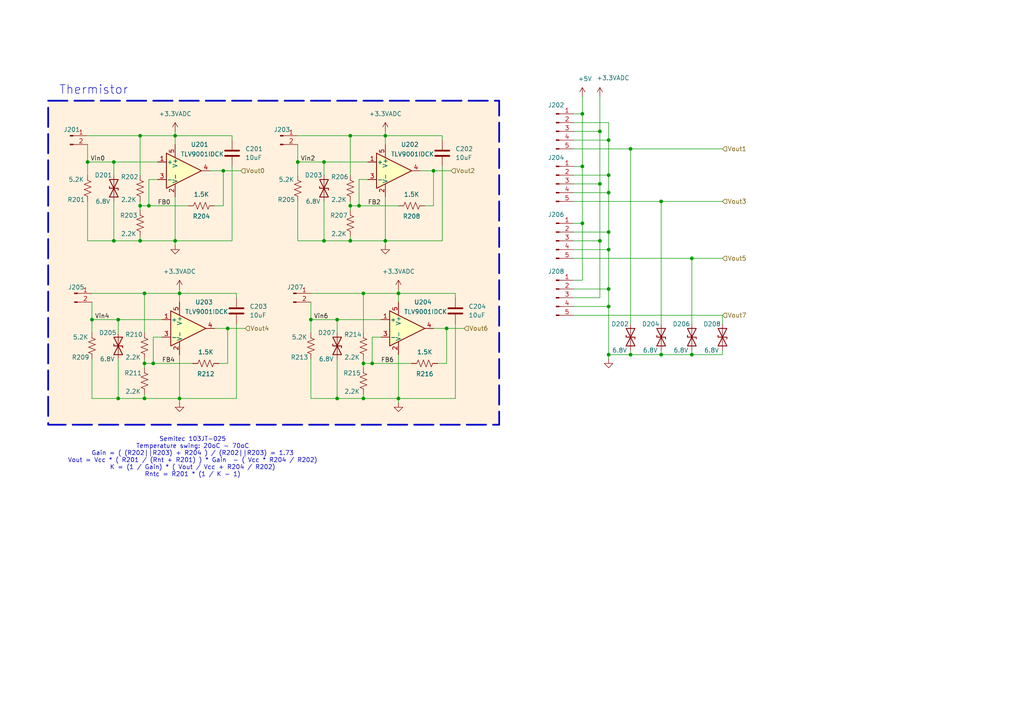
<source format=kicad_sch>
(kicad_sch (version 20231120) (generator "eeschema") (generator_version "8.0")
  (paper "A4")
  (lib_symbols
    (symbol "Amplifier_Operational:TLV9001IDCK" (pin_names (offset 0.127))
      (property "Reference" "U" (at 7.62 2.54 0))
      (property "Value" "TLV9001IDCK" (at 11.43 -2.54 0))
      (symbol "TLV9001IDCK_0_1"
        (polyline (pts (xy -2.54 5.08) (xy -2.54 -5.08) (xy 7.62 0) (xy -2.54 5.08)) (stroke (width 0.254)) (fill (type background)))
      )
      (symbol "TLV9001IDCK_1_1"
        (pin input line (at -5.08 2.54 0) (length 2.54) (name "+") (number "1"))
        (pin power_in line (at 0 -7.62 90) (length 3.81) (name "V-") (number "2"))
        (pin input line (at -5.08 -2.54 0) (length 2.54) (name "-") (number "3"))
        (pin output line (at 10.16 0 180) (length 2.54) (name "~") (number "4"))
        (pin power_in line (at 0 7.62 270) (length 3.81) (name "V+") (number "5"))
      )
    )
    (symbol "Connector:Conn_01x02_Pin" (pin_names (offset 1.016) hide)
      (property "Reference" "J" (at 0 2.54 0))
      (property "Value" "Conn_01x02_Pin" (at 0 -5.08 0))
      (symbol "Conn_01x02_Pin_1_1"
        (polyline (pts (xy 1.27 -2.54) (xy 0.8636 -2.54)) (stroke (width 0.1524)))
        (polyline (pts (xy 1.27 0) (xy 0.8636 0)) (stroke (width 0.1524)))
        (rectangle (start 0.8636 -2.413) (end 0 -2.667) (stroke (width 0.1524)) (fill (type outline)))
        (rectangle (start 0.8636 0.127) (end 0 -0.127) (stroke (width 0.1524)) (fill (type outline)))
        (pin passive line (at 5.08 0 180) (length 3.81) (name "Pin_1") (number "1"))
        (pin passive line (at 5.08 -2.54 180) (length 3.81) (name "Pin_2") (number "2"))
      )
    )
    (symbol "Connector:Conn_01x05_Pin" (pin_names (offset 1.016) hide)
      (property "Reference" "J" (at 0 7.62 0))
      (property "Value" "Conn_01x05_Pin" (at 0 -7.62 0))
      (symbol "Conn_01x05_Pin_1_1"
        (polyline (pts (xy 1.27 -5.08) (xy 0.8636 -5.08)) (stroke (width 0.1524)))
        (polyline (pts (xy 1.27 -2.54) (xy 0.8636 -2.54)) (stroke (width 0.1524)))
        (polyline (pts (xy 1.27 0) (xy 0.8636 0)) (stroke (width 0.1524)))
        (polyline (pts (xy 1.27 2.54) (xy 0.8636 2.54)) (stroke (width 0.1524)))
        (polyline (pts (xy 1.27 5.08) (xy 0.8636 5.08)) (stroke (width 0.1524)))
        (rectangle (start 0.8636 -4.953) (end 0 -5.207) (stroke (width 0.1524)) (fill (type outline)))
        (rectangle (start 0.8636 -2.413) (end 0 -2.667) (stroke (width 0.1524)) (fill (type outline)))
        (rectangle (start 0.8636 0.127) (end 0 -0.127) (stroke (width 0.1524)) (fill (type outline)))
        (rectangle (start 0.8636 2.667) (end 0 2.413) (stroke (width 0.1524)) (fill (type outline)))
        (rectangle (start 0.8636 5.207) (end 0 4.953) (stroke (width 0.1524)) (fill (type outline)))
        (pin passive line (at 5.08 5.08 180) (length 3.81) (name "Pin_1") (number "1"))
        (pin passive line (at 5.08 2.54 180) (length 3.81) (name "Pin_2") (number "2"))
        (pin passive line (at 5.08 0 180) (length 3.81) (name "Pin_3") (number "3"))
        (pin passive line (at 5.08 -2.54 180) (length 3.81) (name "Pin_4") (number "4"))
        (pin passive line (at 5.08 -5.08 180) (length 3.81) (name "Pin_5") (number "5"))
      )
    )
    (symbol "Device:C" (pin_numbers hide) (pin_names (offset 0.254))
      (property "Reference" "C" (at 0.635 2.54 0))
      (property "Value" "C" (at 0.635 -2.54 0))
      (symbol "C_0_1"
        (polyline (pts (xy -2.032 -0.762) (xy 2.032 -0.762)) (stroke (width 0.508)))
        (polyline (pts (xy -2.032 0.762) (xy 2.032 0.762)) (stroke (width 0.508)))
      )
      (symbol "C_1_1"
        (pin passive line (at 0 3.81 270) (length 2.794) (name "~") (number "1"))
        (pin passive line (at 0 -3.81 90) (length 2.794) (name "~") (number "2"))
      )
    )
    (symbol "Device:D_TVS" (pin_numbers hide) (pin_names (offset 1.016) hide)
      (property "Reference" "D" (at 0 2.54 0))
      (property "Value" "D_TVS" (at 0 -2.54 0))
      (symbol "D_TVS_0_1"
        (polyline (pts (xy 1.27 0) (xy -1.27 0)))
        (polyline (pts (xy 0.508 1.27) (xy 0 1.27) (xy 0 -1.27) (xy -0.508 -1.27)) (stroke (width 0.254)))
        (polyline (pts (xy -2.54 1.27) (xy -2.54 -1.27) (xy 2.54 1.27) (xy 2.54 -1.27) (xy -2.54 1.27)) (stroke (width 0.254)))
      )
      (symbol "D_TVS_1_1"
        (pin passive line (at -3.81 0 0) (length 2.54) (name "A1") (number "1"))
        (pin passive line (at 3.81 0 180) (length 2.54) (name "A2") (number "2"))
      )
    )
    (symbol "Device:R_US" (pin_numbers hide) (pin_names (offset 0))
      (property "Reference" "R" (at 2.54 0 90))
      (property "Value" "R_US" (at -2.54 0 90))
      (symbol "R_US_0_1"
        (polyline (pts (xy 0 -2.286) (xy 0 -2.54)))
        (polyline (pts (xy 0 2.286) (xy 0 2.54)))
        (polyline (pts (xy 0 -0.762) (xy 1.016 -1.143) (xy 0 -1.524) (xy -1.016 -1.905) (xy 0 -2.286)))
        (polyline (pts (xy 0 0.762) (xy 1.016 0.381) (xy 0 0) (xy -1.016 -0.381) (xy 0 -0.762)))
        (polyline (pts (xy 0 2.286) (xy 1.016 1.905) (xy 0 1.524) (xy -1.016 1.143) (xy 0 0.762)))
      )
      (symbol "R_US_1_1"
        (pin passive line (at 0 3.81 270) (length 1.27) (name "~") (number "1"))
        (pin passive line (at 0 -3.81 90) (length 1.27) (name "~") (number "2"))
      )
    )
    (symbol "power:+3.3VADC" (power) (pin_numbers hide) (pin_names (offset 0) hide)
      (property "Value" "+3.3VADC" (at 0 3.556 0))
      (symbol "+3.3VADC_0_0"
        (pin power_in line (at 0 0 90) (length 0) (name "~") (number "1"))
      )
      (symbol "+3.3VADC_0_1"
        (polyline (pts (xy -0.762 1.27) (xy 0 2.54)))
        (polyline (pts (xy 0 0) (xy 0 2.54)))
        (polyline (pts (xy 0 2.54) (xy 0.762 1.27)))
      )
    )
    (symbol "power:+5V" (power) (pin_numbers hide) (pin_names (offset 0) hide)
      (property "Value" "+5V" (at 0 3.556 0))
      (symbol "+5V_0_1"
        (polyline (pts (xy -0.762 1.27) (xy 0 2.54)))
        (polyline (pts (xy 0 0) (xy 0 2.54)))
        (polyline (pts (xy 0 2.54) (xy 0.762 1.27)))
      )
      (symbol "+5V_1_1"
        (pin power_in line (at 0 0 90) (length 0) (name "~") (number "1"))
      )
    )
    (symbol "power:GND" (power) (pin_numbers hide) (pin_names (offset 0) hide)
      (property "Value" "GND" (at 0 -3.81 0))
      (symbol "GND_0_1"
        (polyline (pts (xy 0 0) (xy 0 -1.27) (xy 1.27 -1.27) (xy 0 -2.54) (xy -1.27 -1.27) (xy 0 -1.27)))
      )
      (symbol "GND_1_1"
        (pin power_in line (at 0 0 270) (length 0) (name "~") (number "1"))
      )
    )
  )
  (junction (at 173.99 69.85))
  (junction (at 176.53 72.39))
  (junction (at 25.4 46.99))
  (junction (at 40.64 59.69))
  (junction (at 66.04 95.25))
  (junction (at 90.17 92.71))
  (junction (at 97.79 115.57))
  (junction (at 97.79 92.71))
  (junction (at 125.73 49.53))
  (junction (at 173.99 53.34))
  (junction (at 115.57 115.57))
  (junction (at 34.29 92.71))
  (junction (at 50.8 39.37))
  (junction (at 93.98 69.85))
  (junction (at 50.8 69.85))
  (junction (at 52.07 115.57))
  (junction (at 176.53 102.87))
  (junction (at 182.88 102.87))
  (junction (at 200.66 74.93))
  (junction (at 33.02 46.99))
  (junction (at 107.95 105.41))
  (junction (at 104.14 59.69))
  (junction (at 176.53 88.9))
  (junction (at 168.91 64.77))
  (junction (at 41.91 85.09))
  (junction (at 44.45 105.41))
  (junction (at 115.57 85.09))
  (junction (at 182.88 43.18))
  (junction (at 200.66 102.87))
  (junction (at 173.99 38.1))
  (junction (at 176.53 55.88))
  (junction (at 105.41 115.57))
  (junction (at 64.77 49.53))
  (junction (at 111.76 69.85))
  (junction (at 101.6 59.69))
  (junction (at 93.98 46.99))
  (junction (at 111.76 39.37))
  (junction (at 176.53 40.64))
  (junction (at 101.6 69.85))
  (junction (at 191.77 58.42))
  (junction (at 101.6 39.37))
  (junction (at 26.67 92.71))
  (junction (at 168.91 48.26))
  (junction (at 176.53 50.8))
  (junction (at 86.36 46.99))
  (junction (at 105.41 85.09))
  (junction (at 40.64 69.85))
  (junction (at 105.41 105.41))
  (junction (at 41.91 105.41))
  (junction (at 33.02 69.85))
  (junction (at 41.91 115.57))
  (junction (at 176.53 67.31))
  (junction (at 43.18 59.69))
  (junction (at 129.54 95.25))
  (junction (at 52.07 85.09))
  (junction (at 191.77 102.87))
  (junction (at 34.29 115.57))
  (junction (at 176.53 83.82))
  (junction (at 40.64 39.37))
  (junction (at 168.91 33.02))
  (wire (pts (xy 182.88 43.18) (xy 182.88 93.98)))
  (wire (pts (xy 26.67 87.63) (xy 26.67 92.71)))
  (wire (pts (xy 166.37 74.93) (xy 200.66 74.93)))
  (wire (pts (xy 166.37 58.42) (xy 191.77 58.42)))
  (wire (pts (xy 166.37 48.26) (xy 168.91 48.26)))
  (wire (pts (xy 176.53 104.14) (xy 176.53 102.87)))
  (wire (pts (xy 50.8 57.15) (xy 50.8 69.85)))
  (wire (pts (xy 97.79 92.71) (xy 97.79 96.52)))
  (wire (pts (xy 86.36 39.37) (xy 101.6 39.37)))
  (wire (pts (xy 176.53 55.88) (xy 176.53 50.8)))
  (wire (pts (xy 90.17 115.57) (xy 97.79 115.57)))
  (wire (pts (xy 132.08 115.57) (xy 115.57 115.57)))
  (wire (pts (xy 52.07 115.57) (xy 52.07 116.84)))
  (wire (pts (xy 168.91 33.02) (xy 168.91 27.94)))
  (wire (pts (xy 25.4 69.85) (xy 33.02 69.85)))
  (wire (pts (xy 200.66 74.93) (xy 209.55 74.93)))
  (wire (pts (xy 33.02 58.42) (xy 33.02 69.85)))
  (wire (pts (xy 66.04 95.25) (xy 66.04 105.41)))
  (wire (pts (xy 129.54 95.25) (xy 129.54 105.41)))
  (wire (pts (xy 166.37 53.34) (xy 173.99 53.34)))
  (wire (pts (xy 40.64 39.37) (xy 40.64 50.8)))
  (wire (pts (xy 43.18 59.69) (xy 54.61 59.69)))
  (wire (pts (xy 132.08 86.36) (xy 132.08 85.09)))
  (wire (pts (xy 115.57 83.82) (xy 115.57 85.09)))
  (wire (pts (xy 115.57 115.57) (xy 105.41 115.57)))
  (wire (pts (xy 66.04 95.25) (xy 71.12 95.25)))
  (wire (pts (xy 34.29 92.71) (xy 34.29 96.52)))
  (wire (pts (xy 68.58 115.57) (xy 52.07 115.57)))
  (wire (pts (xy 107.95 97.79) (xy 110.49 97.79)))
  (wire (pts (xy 166.37 43.18) (xy 182.88 43.18)))
  (wire (pts (xy 166.37 69.85) (xy 173.99 69.85)))
  (wire (pts (xy 191.77 101.6) (xy 191.77 102.87)))
  (wire (pts (xy 90.17 85.09) (xy 105.41 85.09)))
  (wire (pts (xy 90.17 87.63) (xy 90.17 92.71)))
  (wire (pts (xy 26.67 115.57) (xy 34.29 115.57)))
  (wire (pts (xy 26.67 92.71) (xy 26.67 96.52)))
  (wire (pts (xy 111.76 38.1) (xy 111.76 39.37)))
  (wire (pts (xy 125.73 49.53) (xy 130.81 49.53)))
  (wire (pts (xy 86.36 58.42) (xy 86.36 69.85)))
  (wire (pts (xy 33.02 69.85) (xy 40.64 69.85)))
  (wire (pts (xy 176.53 50.8) (xy 176.53 40.64)))
  (wire (pts (xy 68.58 85.09) (xy 52.07 85.09)))
  (wire (pts (xy 90.17 92.71) (xy 90.17 96.52)))
  (wire (pts (xy 25.4 41.91) (xy 25.4 46.99)))
  (wire (pts (xy 41.91 85.09) (xy 41.91 96.52)))
  (wire (pts (xy 68.58 93.98) (xy 68.58 115.57)))
  (wire (pts (xy 168.91 48.26) (xy 168.91 64.77)))
  (wire (pts (xy 166.37 83.82) (xy 176.53 83.82)))
  (wire (pts (xy 64.77 49.53) (xy 69.85 49.53)))
  (wire (pts (xy 52.07 85.09) (xy 52.07 87.63)))
  (wire (pts (xy 93.98 69.85) (xy 101.6 69.85)))
  (wire (pts (xy 34.29 92.71) (xy 46.99 92.71)))
  (wire (pts (xy 209.55 91.44) (xy 209.55 93.98)))
  (wire (pts (xy 173.99 53.34) (xy 173.99 69.85)))
  (wire (pts (xy 40.64 59.69) (xy 43.18 59.69)))
  (wire (pts (xy 173.99 69.85) (xy 173.99 86.36)))
  (wire (pts (xy 166.37 91.44) (xy 209.55 91.44)))
  (wire (pts (xy 107.95 97.79) (xy 107.95 105.41)))
  (wire (pts (xy 176.53 67.31) (xy 176.53 55.88)))
  (wire (pts (xy 101.6 39.37) (xy 101.6 50.8)))
  (wire (pts (xy 128.27 39.37) (xy 111.76 39.37)))
  (wire (pts (xy 166.37 55.88) (xy 176.53 55.88)))
  (wire (pts (xy 129.54 95.25) (xy 134.62 95.25)))
  (wire (pts (xy 166.37 72.39) (xy 176.53 72.39)))
  (wire (pts (xy 176.53 102.87) (xy 182.88 102.87)))
  (wire (pts (xy 25.4 46.99) (xy 25.4 50.8)))
  (wire (pts (xy 60.96 49.53) (xy 64.77 49.53)))
  (wire (pts (xy 173.99 38.1) (xy 173.99 53.34)))
  (wire (pts (xy 182.88 43.18) (xy 209.55 43.18)))
  (wire (pts (xy 25.4 39.37) (xy 40.64 39.37)))
  (wire (pts (xy 166.37 50.8) (xy 176.53 50.8)))
  (wire (pts (xy 176.53 88.9) (xy 176.53 83.82)))
  (wire (pts (xy 52.07 102.87) (xy 52.07 115.57)))
  (wire (pts (xy 105.41 104.14) (xy 105.41 105.41)))
  (wire (pts (xy 105.41 105.41) (xy 105.41 106.68)))
  (wire (pts (xy 41.91 114.3) (xy 41.91 115.57)))
  (wire (pts (xy 125.73 59.69) (xy 123.19 59.69)))
  (wire (pts (xy 62.23 95.25) (xy 66.04 95.25)))
  (wire (pts (xy 182.88 101.6) (xy 182.88 102.87)))
  (wire (pts (xy 104.14 52.07) (xy 106.68 52.07)))
  (wire (pts (xy 173.99 38.1) (xy 166.37 38.1)))
  (wire (pts (xy 128.27 40.64) (xy 128.27 39.37)))
  (wire (pts (xy 121.92 49.53) (xy 125.73 49.53)))
  (wire (pts (xy 111.76 69.85) (xy 111.76 71.12)))
  (wire (pts (xy 166.37 40.64) (xy 176.53 40.64)))
  (wire (pts (xy 26.67 92.71) (xy 34.29 92.71)))
  (wire (pts (xy 68.58 86.36) (xy 68.58 85.09)))
  (wire (pts (xy 44.45 105.41) (xy 55.88 105.41)))
  (wire (pts (xy 97.79 104.14) (xy 97.79 115.57)))
  (wire (pts (xy 93.98 46.99) (xy 93.98 50.8)))
  (wire (pts (xy 40.64 68.58) (xy 40.64 69.85)))
  (wire (pts (xy 97.79 115.57) (xy 105.41 115.57)))
  (wire (pts (xy 41.91 104.14) (xy 41.91 105.41)))
  (wire (pts (xy 105.41 114.3) (xy 105.41 115.57)))
  (wire (pts (xy 43.18 52.07) (xy 43.18 59.69)))
  (wire (pts (xy 166.37 33.02) (xy 168.91 33.02)))
  (wire (pts (xy 25.4 58.42) (xy 25.4 69.85)))
  (wire (pts (xy 67.31 69.85) (xy 50.8 69.85)))
  (wire (pts (xy 209.55 101.6) (xy 209.55 102.87)))
  (wire (pts (xy 86.36 69.85) (xy 93.98 69.85)))
  (wire (pts (xy 86.36 46.99) (xy 93.98 46.99)))
  (wire (pts (xy 66.04 105.41) (xy 63.5 105.41)))
  (wire (pts (xy 64.77 49.53) (xy 64.77 59.69)))
  (wire (pts (xy 41.91 105.41) (xy 44.45 105.41)))
  (wire (pts (xy 105.41 85.09) (xy 105.41 96.52)))
  (wire (pts (xy 104.14 52.07) (xy 104.14 59.69)))
  (wire (pts (xy 34.29 115.57) (xy 41.91 115.57)))
  (wire (pts (xy 101.6 68.58) (xy 101.6 69.85)))
  (wire (pts (xy 173.99 86.36) (xy 166.37 86.36)))
  (wire (pts (xy 104.14 59.69) (xy 115.57 59.69)))
  (wire (pts (xy 111.76 39.37) (xy 111.76 41.91)))
  (wire (pts (xy 168.91 33.02) (xy 168.91 48.26)))
  (wire (pts (xy 44.45 97.79) (xy 44.45 105.41)))
  (wire (pts (xy 166.37 64.77) (xy 168.91 64.77)))
  (wire (pts (xy 64.77 59.69) (xy 62.23 59.69)))
  (wire (pts (xy 191.77 58.42) (xy 191.77 93.98)))
  (wire (pts (xy 200.66 74.93) (xy 200.66 93.98)))
  (wire (pts (xy 86.36 41.91) (xy 86.36 46.99)))
  (wire (pts (xy 105.41 85.09) (xy 115.57 85.09)))
  (wire (pts (xy 41.91 85.09) (xy 52.07 85.09)))
  (wire (pts (xy 105.41 105.41) (xy 107.95 105.41)))
  (wire (pts (xy 34.29 104.14) (xy 34.29 115.57)))
  (wire (pts (xy 50.8 69.85) (xy 50.8 71.12)))
  (wire (pts (xy 115.57 115.57) (xy 115.57 116.84)))
  (wire (pts (xy 200.66 102.87) (xy 209.55 102.87)))
  (wire (pts (xy 176.53 35.56) (xy 166.37 35.56)))
  (wire (pts (xy 176.53 83.82) (xy 176.53 72.39)))
  (wire (pts (xy 176.53 72.39) (xy 176.53 67.31)))
  (wire (pts (xy 111.76 57.15) (xy 111.76 69.85)))
  (wire (pts (xy 25.4 46.99) (xy 33.02 46.99)))
  (wire (pts (xy 52.07 83.82) (xy 52.07 85.09)))
  (wire (pts (xy 125.73 95.25) (xy 129.54 95.25)))
  (wire (pts (xy 41.91 105.41) (xy 41.91 106.68)))
  (wire (pts (xy 115.57 85.09) (xy 115.57 87.63)))
  (wire (pts (xy 44.45 97.79) (xy 46.99 97.79)))
  (wire (pts (xy 166.37 88.9) (xy 176.53 88.9)))
  (wire (pts (xy 26.67 85.09) (xy 41.91 85.09)))
  (wire (pts (xy 67.31 40.64) (xy 67.31 39.37)))
  (wire (pts (xy 191.77 102.87) (xy 200.66 102.87)))
  (wire (pts (xy 50.8 39.37) (xy 50.8 41.91)))
  (wire (pts (xy 26.67 104.14) (xy 26.67 115.57)))
  (wire (pts (xy 115.57 102.87) (xy 115.57 115.57)))
  (wire (pts (xy 129.54 105.41) (xy 127 105.41)))
  (wire (pts (xy 176.53 40.64) (xy 176.53 35.56)))
  (wire (pts (xy 101.6 58.42) (xy 101.6 59.69)))
  (wire (pts (xy 52.07 115.57) (xy 41.91 115.57)))
  (wire (pts (xy 101.6 59.69) (xy 101.6 60.96)))
  (wire (pts (xy 132.08 85.09) (xy 115.57 85.09)))
  (wire (pts (xy 128.27 69.85) (xy 111.76 69.85)))
  (wire (pts (xy 173.99 27.94) (xy 173.99 38.1)))
  (wire (pts (xy 97.79 92.71) (xy 110.49 92.71)))
  (wire (pts (xy 111.76 69.85) (xy 101.6 69.85)))
  (wire (pts (xy 93.98 46.99) (xy 106.68 46.99)))
  (wire (pts (xy 125.73 49.53) (xy 125.73 59.69)))
  (wire (pts (xy 43.18 52.07) (xy 45.72 52.07)))
  (wire (pts (xy 191.77 58.42) (xy 209.55 58.42)))
  (wire (pts (xy 86.36 46.99) (xy 86.36 50.8)))
  (wire (pts (xy 182.88 102.87) (xy 191.77 102.87)))
  (wire (pts (xy 67.31 39.37) (xy 50.8 39.37)))
  (wire (pts (xy 40.64 59.69) (xy 40.64 60.96)))
  (wire (pts (xy 101.6 39.37) (xy 111.76 39.37)))
  (wire (pts (xy 50.8 38.1) (xy 50.8 39.37)))
  (wire (pts (xy 93.98 58.42) (xy 93.98 69.85)))
  (wire (pts (xy 107.95 105.41) (xy 119.38 105.41)))
  (wire (pts (xy 50.8 69.85) (xy 40.64 69.85)))
  (wire (pts (xy 67.31 48.26) (xy 67.31 69.85)))
  (wire (pts (xy 200.66 101.6) (xy 200.66 102.87)))
  (wire (pts (xy 33.02 46.99) (xy 33.02 50.8)))
  (wire (pts (xy 168.91 81.28) (xy 166.37 81.28)))
  (wire (pts (xy 128.27 48.26) (xy 128.27 69.85)))
  (wire (pts (xy 132.08 93.98) (xy 132.08 115.57)))
  (wire (pts (xy 40.64 39.37) (xy 50.8 39.37)))
  (wire (pts (xy 90.17 104.14) (xy 90.17 115.57)))
  (wire (pts (xy 101.6 59.69) (xy 104.14 59.69)))
  (wire (pts (xy 40.64 58.42) (xy 40.64 59.69)))
  (wire (pts (xy 166.37 67.31) (xy 176.53 67.31)))
  (wire (pts (xy 90.17 92.71) (xy 97.79 92.71)))
  (wire (pts (xy 176.53 102.87) (xy 176.53 88.9)))
  (wire (pts (xy 33.02 46.99) (xy 45.72 46.99)))
  (wire (pts (xy 168.91 64.77) (xy 168.91 81.28)))
  (rectangle (start 13.97 29.21) (end 144.78 123.19) (stroke (width 0.508) (type dash)) (fill (type color) (color 255 229 191 0.5)))
  (text "Semitec 103JT-025\nTemperature swing: 20oC - 70oC\nGain = ( (R202||R203) + R204 ) / (R202||R203) = 1.73\nVout = Vcc * ( R201 / (Rnt + R201) ) * Gain  - ( Vcc * R204 / R202)\nK = (1 / Gain) * ( Vout / Vcc + R204 / R202)\nRntc = R201 * (1 / K - 1)" (at 55.88 132.588 0) (effects (font (size 1.27 1.27))))
  (text "Thermistor" (at 27.178 26.162 0) (effects (font (size 2.54 2.54))))
  (label "Vin6" (at 95.25 92.71 180))
  (label "FB6" (at 110.49 105.41 0))
  (label "Vin0" (at 30.48 46.99 180))
  (label "FB2" (at 106.68 59.69 0))
  (label "FB4" (at 46.99 105.41 0))
  (label "FB0" (at 45.72 59.69 0))
  (label "Vin2" (at 91.44 46.99 180))
  (label "Vin4" (at 31.75 92.71 180))
  (hierarchical_label "Vout6" (shape input) (at 134.62 95.25 0))
  (hierarchical_label "Vout4" (shape input) (at 71.12 95.25 0))
  (hierarchical_label "Vout2" (shape input) (at 130.81 49.53 0))
  (hierarchical_label "Vout7" (shape input) (at 209.55 91.44 0))
  (hierarchical_label "Vout1" (shape input) (at 209.55 43.18 0))
  (hierarchical_label "Vout3" (shape input) (at 209.55 58.42 0))
  (hierarchical_label "Vout0" (shape input) (at 69.85 49.53 0))
  (hierarchical_label "Vout5" (shape input) (at 209.55 74.93 0))
  (symbol (lib_id "Amplifier_Operational:TLV9001IDCK") (at 50.8 49.53 0) (unit 1)
    (property "Reference" "U201" (at 57.912 41.91 0))
    (property "Value" "TLV9001IDCK" (at 58.674 44.704 0))
    (property "Footprint" "Package_TO_SOT_SMD:SOT-353_SC-70-5" (effects (hide yes)))
    (property "Datasheet" "https://www.ti.com/lit/ds/symlink/tlv9001.pdf" (effects (hide yes)))
    (property "Description" "Low-power, Rail-to-Rail, 1MHz Operational Amplifier, SOT-353" (effects (hide yes)))
  )
  (symbol (lib_id "Connector:Conn_01x02_Pin") (at 81.28 39.37 0) (unit 1)
    (property "Reference" "J203" (at 81.788 37.592 0))
    (property "Value" "Conn_01x02_Pin" (effects (hide yes)))
    (property "Footprint" "Connector_PinHeader_2.54mm:PinHeader_1x02_P2.54mm_Vertical" (effects (hide yes)))
    (property "Description" "Generic connector, single row, 01x02, script generated" (effects (hide yes)))
  )
  (symbol (lib_id "Connector:Conn_01x02_Pin") (at 20.32 39.37 0) (unit 1)
    (property "Reference" "J201" (at 20.828 37.592 0))
    (property "Value" "Conn_01x02_Pin" (effects (hide yes)))
    (property "Footprint" "Connector_PinHeader_2.54mm:PinHeader_1x02_P2.54mm_Vertical" (effects (hide yes)))
    (property "Description" "Generic connector, single row, 01x02, script generated" (effects (hide yes)))
  )
  (symbol (lib_id "Device:R_US") (at 123.19 105.41 90) (unit 1)
    (property "Reference" "R216" (at 123.19 108.458 90))
    (property "Value" "1.5K" (at 123.19 102.108 90))
    (property "Footprint" "Resistor_SMD:R_0805_2012Metric_Pad1.20x1.40mm_HandSolder" (effects (hide yes)))
    (property "Description" "Resistor, US symbol" (effects (hide yes)))
  )
  (symbol (lib_id "Device:R_US") (at 25.4 54.61 180) (unit 1)
    (property "Reference" "R201" (at 22.098 57.912 0))
    (property "Value" "5.2K" (at 22.098 52.07 0))
    (property "Footprint" "Resistor_SMD:R_0805_2012Metric_Pad1.20x1.40mm_HandSolder" (effects (hide yes)))
    (property "Description" "Resistor, US symbol" (effects (hide yes)))
  )
  (symbol (lib_id "Device:R_US") (at 59.69 105.41 90) (unit 1)
    (property "Reference" "R212" (at 59.69 108.458 90))
    (property "Value" "1.5K" (at 59.69 102.108 90))
    (property "Footprint" "Resistor_SMD:R_0805_2012Metric_Pad1.20x1.40mm_HandSolder" (effects (hide yes)))
    (property "Description" "Resistor, US symbol" (effects (hide yes)))
  )
  (symbol (lib_id "Device:R_US") (at 101.6 64.77 180) (unit 1)
    (property "Reference" "R207" (at 98.298 62.484 0))
    (property "Value" "2.2K" (at 98.298 67.818 0))
    (property "Footprint" "Resistor_SMD:R_0805_2012Metric_Pad1.20x1.40mm_HandSolder" (effects (hide yes)))
    (property "Description" "Resistor, US symbol" (effects (hide yes)))
  )
  (symbol (lib_id "power:GND") (at 50.8 71.12 0) (unit 1)
    (property "Reference" "#PWR0202" (effects (hide yes)))
    (property "Value" "GND" (effects (hide yes)))
    (property "Description" "Power symbol creates a global label with name \"GND\" , ground" (effects (hide yes)))
  )
  (symbol (lib_id "Device:D_TVS") (at 33.02 54.61 90) (unit 1)
    (property "Reference" "D201" (at 27.432 50.8 90) (effects (justify right)))
    (property "Value" "6.8V" (at 27.686 58.42 90) (effects (justify right)))
    (property "Footprint" "Diode_SMD:D_SOD-523" (effects (hide yes)))
    (property "Description" "SC1533-01LTG" (effects (hide yes)))
  )
  (symbol (lib_id "Device:C") (at 128.27 44.45 0) (unit 1)
    (property "Reference" "C202" (at 132.08 43.1799 0) (effects (justify left)))
    (property "Value" "10uF" (at 132.08 45.7199 0) (effects (justify left)))
    (property "Footprint" "Capacitor_SMD:C_0805_2012Metric_Pad1.18x1.45mm_HandSolder" (effects (hide yes)))
    (property "Description" "Unpolarized capacitor" (effects (hide yes)))
  )
  (symbol (lib_id "Device:D_TVS") (at 93.98 54.61 90) (unit 1)
    (property "Reference" "D203" (at 88.392 50.8 90) (effects (justify right)))
    (property "Value" "6.8V" (at 88.646 58.42 90) (effects (justify right)))
    (property "Footprint" "Diode_SMD:D_SOD-523" (effects (hide yes)))
    (property "Description" "SC1533-01LTG" (effects (hide yes)))
  )
  (symbol (lib_id "Connector:Conn_01x05_Pin") (at 161.29 38.1 0) (unit 1)
    (property "Reference" "J202" (at 161.29 30.48 0))
    (property "Value" "Conn_01x05_Pin" (effects (hide yes)))
    (property "Footprint" "Connector_PinHeader_2.54mm:PinHeader_1x05_P2.54mm_Vertical" (effects (hide yes)))
    (property "Description" "Generic connector, single row, 01x05, script generated" (effects (hide yes)))
  )
  (symbol (lib_id "Device:R_US") (at 86.36 54.61 180) (unit 1)
    (property "Reference" "R205" (at 83.058 57.912 0))
    (property "Value" "5.2K" (at 83.058 52.07 0))
    (property "Footprint" "Resistor_SMD:R_0805_2012Metric_Pad1.20x1.40mm_HandSolder" (effects (hide yes)))
    (property "Description" "Resistor, US symbol" (effects (hide yes)))
  )
  (symbol (lib_id "Device:R_US") (at 105.41 110.49 180) (unit 1)
    (property "Reference" "R215" (at 102.108 108.204 0))
    (property "Value" "2.2K" (at 102.108 113.538 0))
    (property "Footprint" "Resistor_SMD:R_0805_2012Metric_Pad1.20x1.40mm_HandSolder" (effects (hide yes)))
    (property "Description" "Resistor, US symbol" (effects (hide yes)))
  )
  (symbol (lib_id "Device:R_US") (at 58.42 59.69 90) (unit 1)
    (property "Reference" "R204" (at 58.42 62.738 90))
    (property "Value" "1.5K" (at 58.42 56.388 90))
    (property "Footprint" "Resistor_SMD:R_0805_2012Metric_Pad1.20x1.40mm_HandSolder" (effects (hide yes)))
    (property "Description" "Resistor, US symbol" (effects (hide yes)))
  )
  (symbol (lib_id "Connector:Conn_01x05_Pin") (at 161.29 53.34 0) (unit 1)
    (property "Reference" "J204" (at 161.29 45.72 0))
    (property "Value" "Conn_01x05_Pin" (effects (hide yes)))
    (property "Footprint" "Connector_PinHeader_2.54mm:PinHeader_1x05_P2.54mm_Vertical" (effects (hide yes)))
    (property "Description" "Generic connector, single row, 01x05, script generated" (effects (hide yes)))
  )
  (symbol (lib_id "Device:R_US") (at 90.17 100.33 180) (unit 1)
    (property "Reference" "R213" (at 86.868 103.632 0))
    (property "Value" "5.2K" (at 86.868 97.79 0))
    (property "Footprint" "Resistor_SMD:R_0805_2012Metric_Pad1.20x1.40mm_HandSolder" (effects (hide yes)))
    (property "Description" "Resistor, US symbol" (effects (hide yes)))
  )
  (symbol (lib_id "Connector:Conn_01x02_Pin") (at 85.09 85.09 0) (unit 1)
    (property "Reference" "J207" (at 85.598 83.312 0))
    (property "Value" "Conn_01x02_Pin" (effects (hide yes)))
    (property "Footprint" "Connector_PinHeader_2.54mm:PinHeader_1x02_P2.54mm_Vertical" (effects (hide yes)))
    (property "Description" "Generic connector, single row, 01x02, script generated" (effects (hide yes)))
  )
  (symbol (lib_id "Device:D_TVS") (at 34.29 100.33 90) (unit 1)
    (property "Reference" "D205" (at 28.702 96.52 90) (effects (justify right)))
    (property "Value" "6.8V" (at 28.956 104.14 90) (effects (justify right)))
    (property "Footprint" "Diode_SMD:D_SOD-523" (effects (hide yes)))
    (property "Description" "SC1533-01LTG" (effects (hide yes)))
  )
  (symbol (lib_id "Device:C") (at 68.58 90.17 0) (unit 1)
    (property "Reference" "C203" (at 72.39 88.8999 0) (effects (justify left)))
    (property "Value" "10uF" (at 72.39 91.4399 0) (effects (justify left)))
    (property "Footprint" "Capacitor_SMD:C_0805_2012Metric_Pad1.18x1.45mm_HandSolder" (effects (hide yes)))
    (property "Description" "Unpolarized capacitor" (effects (hide yes)))
  )
  (symbol (lib_id "Device:R_US") (at 105.41 100.33 180) (unit 1)
    (property "Reference" "R214" (at 102.362 97.028 0))
    (property "Value" "2.2K" (at 102.108 103.632 0))
    (property "Footprint" "Resistor_SMD:R_0805_2012Metric_Pad1.20x1.40mm_HandSolder" (effects (hide yes)))
    (property "Description" "Resistor, US symbol" (effects (hide yes)))
  )
  (symbol (lib_id "power:+3.3VADC") (at 50.8 38.1 0) (unit 1)
    (property "Reference" "#PWR0201" (effects (hide yes)))
    (property "Value" "+3.3VADC" (at 50.8 33.02 0))
    (property "Description" "Power symbol creates a global label with name \"+3.3VADC\"" (effects (hide yes)))
  )
  (symbol (lib_id "Amplifier_Operational:TLV9001IDCK") (at 115.57 95.25 0) (unit 1)
    (property "Reference" "U204" (at 122.682 87.63 0))
    (property "Value" "TLV9001IDCK" (at 123.444 90.424 0))
    (property "Footprint" "Package_TO_SOT_SMD:SOT-353_SC-70-5" (effects (hide yes)))
    (property "Datasheet" "https://www.ti.com/lit/ds/symlink/tlv9001.pdf" (effects (hide yes)))
    (property "Description" "Low-power, Rail-to-Rail, 1MHz Operational Amplifier, SOT-353" (effects (hide yes)))
  )
  (symbol (lib_id "Device:R_US") (at 41.91 110.49 180) (unit 1)
    (property "Reference" "R211" (at 38.608 108.204 0))
    (property "Value" "2.2K" (at 38.608 113.538 0))
    (property "Footprint" "Resistor_SMD:R_0805_2012Metric_Pad1.20x1.40mm_HandSolder" (effects (hide yes)))
    (property "Description" "Resistor, US symbol" (effects (hide yes)))
  )
  (symbol (lib_id "Device:R_US") (at 41.91 100.33 180) (unit 1)
    (property "Reference" "R210" (at 38.862 97.028 0))
    (property "Value" "2.2K" (at 38.608 103.632 0))
    (property "Footprint" "Resistor_SMD:R_0805_2012Metric_Pad1.20x1.40mm_HandSolder" (effects (hide yes)))
    (property "Description" "Resistor, US symbol" (effects (hide yes)))
  )
  (symbol (lib_id "Device:R_US") (at 101.6 54.61 180) (unit 1)
    (property "Reference" "R206" (at 98.552 51.308 0))
    (property "Value" "2.2K" (at 98.298 57.912 0))
    (property "Footprint" "Resistor_SMD:R_0805_2012Metric_Pad1.20x1.40mm_HandSolder" (effects (hide yes)))
    (property "Description" "Resistor, US symbol" (effects (hide yes)))
  )
  (symbol (lib_id "Device:D_TVS") (at 182.88 97.79 90) (unit 1)
    (property "Reference" "D202" (at 177.292 93.98 90) (effects (justify right)))
    (property "Value" "6.8V" (at 177.546 101.6 90) (effects (justify right)))
    (property "Footprint" "Diode_SMD:D_SOD-523" (effects (hide yes)))
    (property "Description" "SC1533-01LTG" (effects (hide yes)))
  )
  (symbol (lib_id "Amplifier_Operational:TLV9001IDCK") (at 52.07 95.25 0) (unit 1)
    (property "Reference" "U203" (at 59.182 87.63 0))
    (property "Value" "TLV9001IDCK" (at 59.944 90.424 0))
    (property "Footprint" "Package_TO_SOT_SMD:SOT-353_SC-70-5" (effects (hide yes)))
    (property "Datasheet" "https://www.ti.com/lit/ds/symlink/tlv9001.pdf" (effects (hide yes)))
    (property "Description" "Low-power, Rail-to-Rail, 1MHz Operational Amplifier, SOT-353" (effects (hide yes)))
  )
  (symbol (lib_id "Device:R_US") (at 40.64 54.61 180) (unit 1)
    (property "Reference" "R202" (at 37.592 51.308 0))
    (property "Value" "2.2K" (at 37.338 57.912 0))
    (property "Footprint" "Resistor_SMD:R_0805_2012Metric_Pad1.20x1.40mm_HandSolder" (effects (hide yes)))
    (property "Description" "Resistor, US symbol" (effects (hide yes)))
  )
  (symbol (lib_id "Device:C") (at 132.08 90.17 0) (unit 1)
    (property "Reference" "C204" (at 135.89 88.8999 0) (effects (justify left)))
    (property "Value" "10uF" (at 135.89 91.4399 0) (effects (justify left)))
    (property "Footprint" "Capacitor_SMD:C_0805_2012Metric_Pad1.18x1.45mm_HandSolder" (effects (hide yes)))
    (property "Description" "Unpolarized capacitor" (effects (hide yes)))
  )
  (symbol (lib_id "Device:D_TVS") (at 209.55 97.79 90) (unit 1)
    (property "Reference" "D208" (at 203.962 93.98 90) (effects (justify right)))
    (property "Value" "6.8V" (at 204.216 101.6 90) (effects (justify right)))
    (property "Footprint" "Diode_SMD:D_SOD-523" (effects (hide yes)))
    (property "Description" "SC1533-01LTG" (effects (hide yes)))
  )
  (symbol (lib_id "Connector:Conn_01x05_Pin") (at 161.29 69.85 0) (unit 1)
    (property "Reference" "J206" (at 161.29 62.23 0))
    (property "Value" "Conn_01x05_Pin" (effects (hide yes)))
    (property "Footprint" "Connector_PinHeader_2.54mm:PinHeader_1x05_P2.54mm_Vertical" (effects (hide yes)))
    (property "Description" "Generic connector, single row, 01x05, script generated" (effects (hide yes)))
  )
  (symbol (lib_id "Amplifier_Operational:TLV9001IDCK") (at 111.76 49.53 0) (unit 1)
    (property "Reference" "U202" (at 118.872 41.91 0))
    (property "Value" "TLV9001IDCK" (at 119.634 44.704 0))
    (property "Footprint" "Package_TO_SOT_SMD:SOT-353_SC-70-5" (effects (hide yes)))
    (property "Datasheet" "https://www.ti.com/lit/ds/symlink/tlv9001.pdf" (effects (hide yes)))
    (property "Description" "Low-power, Rail-to-Rail, 1MHz Operational Amplifier, SOT-353" (effects (hide yes)))
  )
  (symbol (lib_id "power:+3.3VADC") (at 52.07 83.82 0) (unit 1)
    (property "Reference" "#PWR0207" (effects (hide yes)))
    (property "Value" "+3.3VADC" (at 52.07 78.74 0))
    (property "Description" "Power symbol creates a global label with name \"+3.3VADC\"" (effects (hide yes)))
  )
  (symbol (lib_id "power:GND") (at 111.76 71.12 0) (unit 1)
    (property "Reference" "#PWR0206" (effects (hide yes)))
    (property "Value" "GND" (effects (hide yes)))
    (property "Description" "Power symbol creates a global label with name \"GND\" , ground" (effects (hide yes)))
  )
  (symbol (lib_id "power:+3.3VADC") (at 173.99 27.94 0) (unit 1)
    (property "Reference" "#PWR0203" (effects (hide yes)))
    (property "Value" "+3.3VADC" (at 177.8 22.606 0))
    (property "Description" "Power symbol creates a global label with name \"+3.3VADC\"" (effects (hide yes)))
  )
  (symbol (lib_id "Device:D_TVS") (at 200.66 97.79 90) (unit 1)
    (property "Reference" "D206" (at 195.072 93.98 90) (effects (justify right)))
    (property "Value" "6.8V" (at 195.326 101.6 90) (effects (justify right)))
    (property "Footprint" "Diode_SMD:D_SOD-523" (effects (hide yes)))
    (property "Description" "SC1533-01LTG" (effects (hide yes)))
  )
  (symbol (lib_id "power:+5V") (at 168.91 27.94 0) (unit 1)
    (property "Reference" "#PWR0204" (effects (hide yes)))
    (property "Value" "+5V" (at 169.672 22.86 0))
    (property "Description" "Power symbol creates a global label with name \"+5V\"" (effects (hide yes)))
  )
  (symbol (lib_id "power:+3.3VADC") (at 111.76 38.1 0) (unit 1)
    (property "Reference" "#PWR0205" (effects (hide yes)))
    (property "Value" "+3.3VADC" (at 111.76 33.02 0))
    (property "Description" "Power symbol creates a global label with name \"+3.3VADC\"" (effects (hide yes)))
  )
  (symbol (lib_id "power:GND") (at 115.57 116.84 0) (unit 1)
    (property "Reference" "#PWR0210" (effects (hide yes)))
    (property "Value" "GND" (effects (hide yes)))
    (property "Description" "Power symbol creates a global label with name \"GND\" , ground" (effects (hide yes)))
  )
  (symbol (lib_id "Device:C") (at 67.31 44.45 0) (unit 1)
    (property "Reference" "C201" (at 71.12 43.1799 0) (effects (justify left)))
    (property "Value" "10uF" (at 71.12 45.7199 0) (effects (justify left)))
    (property "Footprint" "Capacitor_SMD:C_0805_2012Metric_Pad1.18x1.45mm_HandSolder" (effects (hide yes)))
    (property "Description" "Unpolarized capacitor" (effects (hide yes)))
  )
  (symbol (lib_id "Device:D_TVS") (at 97.79 100.33 90) (unit 1)
    (property "Reference" "D207" (at 92.202 96.52 90) (effects (justify right)))
    (property "Value" "6.8V" (at 92.456 104.14 90) (effects (justify right)))
    (property "Footprint" "Diode_SMD:D_SOD-523" (effects (hide yes)))
    (property "Description" "SC1533-01LTG" (effects (hide yes)))
  )
  (symbol (lib_id "Connector:Conn_01x02_Pin") (at 21.59 85.09 0) (unit 1)
    (property "Reference" "J205" (at 22.098 83.312 0))
    (property "Value" "Conn_01x02_Pin" (effects (hide yes)))
    (property "Footprint" "Connector_PinHeader_2.54mm:PinHeader_1x02_P2.54mm_Vertical" (effects (hide yes)))
    (property "Description" "Generic connector, single row, 01x02, script generated" (effects (hide yes)))
  )
  (symbol (lib_id "Device:R_US") (at 119.38 59.69 90) (unit 1)
    (property "Reference" "R208" (at 119.38 62.738 90))
    (property "Value" "1.5K" (at 119.38 56.388 90))
    (property "Footprint" "Resistor_SMD:R_0805_2012Metric_Pad1.20x1.40mm_HandSolder" (effects (hide yes)))
    (property "Description" "Resistor, US symbol" (effects (hide yes)))
  )
  (symbol (lib_id "Connector:Conn_01x05_Pin") (at 161.29 86.36 0) (unit 1)
    (property "Reference" "J208" (at 161.29 78.74 0))
    (property "Value" "Conn_01x05_Pin" (effects (hide yes)))
    (property "Footprint" "Connector_PinHeader_2.54mm:PinHeader_1x05_P2.54mm_Vertical" (effects (hide yes)))
    (property "Description" "Generic connector, single row, 01x05, script generated" (effects (hide yes)))
  )
  (symbol (lib_id "power:GND") (at 176.53 104.14 0) (unit 1)
    (property "Reference" "#PWR0211" (effects (hide yes)))
    (property "Value" "GND" (effects (hide yes)))
    (property "Description" "Power symbol creates a global label with name \"GND\" , ground" (effects (hide yes)))
  )
  (symbol (lib_id "Device:D_TVS") (at 191.77 97.79 90) (unit 1)
    (property "Reference" "D204" (at 186.182 93.98 90) (effects (justify right)))
    (property "Value" "6.8V" (at 186.436 101.6 90) (effects (justify right)))
    (property "Footprint" "Diode_SMD:D_SOD-523" (effects (hide yes)))
    (property "Description" "SC1533-01LTG" (effects (hide yes)))
  )
  (symbol (lib_id "power:GND") (at 52.07 116.84 0) (unit 1)
    (property "Reference" "#PWR0208" (effects (hide yes)))
    (property "Value" "GND" (effects (hide yes)))
    (property "Description" "Power symbol creates a global label with name \"GND\" , ground" (effects (hide yes)))
  )
  (symbol (lib_id "Device:R_US") (at 26.67 100.33 180) (unit 1)
    (property "Reference" "R209" (at 23.368 103.632 0))
    (property "Value" "5.2K" (at 23.368 97.79 0))
    (property "Footprint" "Resistor_SMD:R_0805_2012Metric_Pad1.20x1.40mm_HandSolder" (effects (hide yes)))
    (property "Description" "Resistor, US symbol" (effects (hide yes)))
  )
  (symbol (lib_id "power:+3.3VADC") (at 115.57 83.82 0) (unit 1)
    (property "Reference" "#PWR0209" (effects (hide yes)))
    (property "Value" "+3.3VADC" (at 115.57 78.74 0))
    (property "Description" "Power symbol creates a global label with name \"+3.3VADC\"" (effects (hide yes)))
  )
  (symbol (lib_id "Device:R_US") (at 40.64 64.77 180) (unit 1)
    (property "Reference" "R203" (at 37.338 62.484 0))
    (property "Value" "2.2K" (at 37.338 67.818 0))
    (property "Footprint" "Resistor_SMD:R_0805_2012Metric_Pad1.20x1.40mm_HandSolder" (effects (hide yes)))
    (property "Description" "Resistor, US symbol" (effects (hide yes)))
  )
)
</source>
